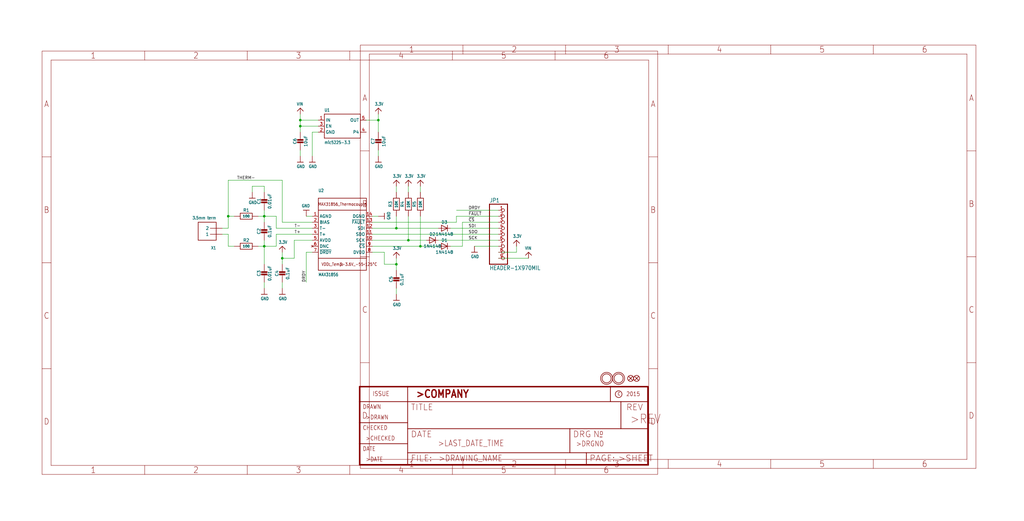
<source format=kicad_sch>
(kicad_sch (version 20211123) (generator eeschema)
  (paper "User" 433.07 220.421)
  (lib_symbols
    (symbol "Adafruit MAX31856-eagle-import:3.3V" (power)
      (property "Value" "3.3V" (at -1.524 1.016 0))
      (symbol "3.3V_1_0"
        (polyline (pts (xy -1.27 -1.27) (xy 0 0)) (stroke (width 0.254)))
        (polyline (pts (xy 0 0) (xy 1.27 -1.27)) (stroke (width 0.254)))
        (pin power_in line (at 0 -2.54 90) (length 2.54) (name "3.3V") (number "1"))
      )
    )
    (symbol "Adafruit MAX31856-eagle-import:CAP_CERAMIC0805-NOOUTLINE"
      (property "Reference" "C" (at -2.29 1.25 90))
      (property "Value" "CAP_CERAMIC0805-NOOUTLINE" (at 2.3 1.25 90))
      (symbol "CAP_CERAMIC0805-NOOUTLINE_1_0"
        (rectangle (start -1.27 0.508) (end 1.27 1.016) (fill (type outline)))
        (rectangle (start -1.27 1.524) (end 1.27 2.032) (fill (type outline)))
        (polyline (pts (xy 0 0.762) (xy 0 0)) (stroke (width 0.1524)))
        (polyline (pts (xy 0 2.54) (xy 0 1.778)) (stroke (width 0.1524)))
        (pin passive line (at 0 5.08 270) (length 2.54) (name "1") (number "1"))
        (pin passive line (at 0 -2.54 90) (length 2.54) (name "2") (number "2"))
      )
    )
    (symbol "Adafruit MAX31856-eagle-import:CAP_CERAMIC0805_10MGAP"
      (property "Reference" "C" (at -2.29 1.25 90))
      (property "Value" "CAP_CERAMIC0805_10MGAP" (at 2.3 1.25 90))
      (symbol "CAP_CERAMIC0805_10MGAP_1_0"
        (rectangle (start -1.27 0.508) (end 1.27 1.016) (fill (type outline)))
        (rectangle (start -1.27 1.524) (end 1.27 2.032) (fill (type outline)))
        (polyline (pts (xy 0 0.762) (xy 0 0)) (stroke (width 0.1524)))
        (polyline (pts (xy 0 2.54) (xy 0 1.778)) (stroke (width 0.1524)))
        (pin passive line (at 0 5.08 270) (length 2.54) (name "1") (number "1"))
        (pin passive line (at 0 -2.54 90) (length 2.54) (name "2") (number "2"))
      )
    )
    (symbol "Adafruit MAX31856-eagle-import:DIODESOD-323"
      (property "Reference" "D" (at 0 2.54 0))
      (property "Value" "DIODESOD-323" (at 0 -2.5 0))
      (symbol "DIODESOD-323_1_0"
        (polyline (pts (xy -1.27 -1.27) (xy 1.27 0)) (stroke (width 0.254)))
        (polyline (pts (xy -1.27 1.27) (xy -1.27 -1.27)) (stroke (width 0.254)))
        (polyline (pts (xy 1.27 0) (xy -1.27 1.27)) (stroke (width 0.254)))
        (polyline (pts (xy 1.27 0) (xy 1.27 -1.27)) (stroke (width 0.254)))
        (polyline (pts (xy 1.27 1.27) (xy 1.27 0)) (stroke (width 0.254)))
        (pin passive line (at -2.54 0 0) (length 2.54) (name "A") (number "A"))
        (pin passive line (at 2.54 0 180) (length 2.54) (name "C") (number "C"))
      )
    )
    (symbol "Adafruit MAX31856-eagle-import:FIDUCIAL{dblquote}{dblquote}"
      (symbol "FIDUCIAL{dblquote}{dblquote}_1_0"
        (polyline (pts (xy -0.762 0.762) (xy 0.762 -0.762)) (stroke (width 0.254)))
        (polyline (pts (xy 0.762 0.762) (xy -0.762 -0.762)) (stroke (width 0.254)))
        (circle (center 0 0) (radius 1.27) (stroke (width 0.254)))
      )
    )
    (symbol "Adafruit MAX31856-eagle-import:FRAME_A4"
      (symbol "FRAME_A4_0_0"
        (polyline (pts (xy 0 44.7675) (xy 3.81 44.7675)))
        (polyline (pts (xy 0 89.535) (xy 3.81 89.535)))
        (polyline (pts (xy 0 134.3025) (xy 3.81 134.3025)))
        (polyline (pts (xy 3.81 3.81) (xy 3.81 175.26)))
        (polyline (pts (xy 43.3917 0) (xy 43.3917 3.81)))
        (polyline (pts (xy 43.3917 175.26) (xy 43.3917 179.07)))
        (polyline (pts (xy 86.7833 0) (xy 86.7833 3.81)))
        (polyline (pts (xy 86.7833 175.26) (xy 86.7833 179.07)))
        (polyline (pts (xy 130.175 0) (xy 130.175 3.81)))
        (polyline (pts (xy 130.175 175.26) (xy 130.175 179.07)))
        (polyline (pts (xy 173.5667 0) (xy 173.5667 3.81)))
        (polyline (pts (xy 173.5667 175.26) (xy 173.5667 179.07)))
        (polyline (pts (xy 216.9583 0) (xy 216.9583 3.81)))
        (polyline (pts (xy 216.9583 175.26) (xy 216.9583 179.07)))
        (polyline (pts (xy 256.54 3.81) (xy 3.81 3.81)))
        (polyline (pts (xy 256.54 3.81) (xy 256.54 175.26)))
        (polyline (pts (xy 256.54 44.7675) (xy 260.35 44.7675)))
        (polyline (pts (xy 256.54 89.535) (xy 260.35 89.535)))
        (polyline (pts (xy 256.54 134.3025) (xy 260.35 134.3025)))
        (polyline (pts (xy 256.54 175.26) (xy 3.81 175.26)))
        (polyline (pts (xy 0 0) (xy 260.35 0) (xy 260.35 179.07) (xy 0 179.07) (xy 0 0)))
        (text "1" (at 21.6958 1.905 0) (effects (font (size 2.54 2.286))))
        (text "1" (at 21.6958 177.165 0) (effects (font (size 2.54 2.286))))
        (text "2" (at 65.0875 1.905 0) (effects (font (size 2.54 2.286))))
        (text "2" (at 65.0875 177.165 0) (effects (font (size 2.54 2.286))))
        (text "3" (at 108.4792 1.905 0) (effects (font (size 2.54 2.286))))
        (text "3" (at 108.4792 177.165 0) (effects (font (size 2.54 2.286))))
        (text "4" (at 151.8708 1.905 0) (effects (font (size 2.54 2.286))))
        (text "4" (at 151.8708 177.165 0) (effects (font (size 2.54 2.286))))
        (text "5" (at 195.2625 1.905 0) (effects (font (size 2.54 2.286))))
        (text "5" (at 195.2625 177.165 0) (effects (font (size 2.54 2.286))))
        (text "6" (at 238.6542 1.905 0) (effects (font (size 2.54 2.286))))
        (text "6" (at 238.6542 177.165 0) (effects (font (size 2.54 2.286))))
        (text "A" (at 1.905 156.6863 0) (effects (font (size 2.54 2.286))))
        (text "A" (at 258.445 156.6863 0) (effects (font (size 2.54 2.286))))
        (text "B" (at 1.905 111.9188 0) (effects (font (size 2.54 2.286))))
        (text "B" (at 258.445 111.9188 0) (effects (font (size 2.54 2.286))))
        (text "C" (at 1.905 67.1513 0) (effects (font (size 2.54 2.286))))
        (text "C" (at 258.445 67.1513 0) (effects (font (size 2.54 2.286))))
        (text "D" (at 1.905 22.3838 0) (effects (font (size 2.54 2.286))))
        (text "D" (at 258.445 22.3838 0) (effects (font (size 2.54 2.286))))
      )
      (symbol "FRAME_A4_1_0"
        (polyline (pts (xy 256.54 3.81) (xy 256.54 8.89)) (stroke (width 0.1016)))
        (polyline (pts (xy 256.54 8.89) (xy 256.54 13.97)) (stroke (width 0.1016)))
        (polyline (pts (xy 256.54 13.97) (xy 256.54 19.05)) (stroke (width 0.1016)))
        (polyline (pts (xy 256.54 19.05) (xy 256.54 36.83)) (stroke (width 0.1016)))
      )
      (symbol "FRAME_A4_2_0"
        (polyline (pts (xy -0.3048 1.5748) (xy 20.0152 1.5748)) (stroke (width 0.6096)))
        (polyline (pts (xy -0.3048 10.4648) (xy -0.3048 1.5748)) (stroke (width 0.6096)))
        (polyline (pts (xy -0.3048 10.4648) (xy 20.0152 10.4648)) (stroke (width 0.3048)))
        (polyline (pts (xy -0.3048 19.3548) (xy -0.3048 10.4648)) (stroke (width 0.6096)))
        (polyline (pts (xy -0.3048 19.3548) (xy 20.0152 19.3548)) (stroke (width 0.3048)))
        (polyline (pts (xy -0.3048 28.2448) (xy -0.3048 19.3548)) (stroke (width 0.6096)))
        (polyline (pts (xy -0.3048 28.2448) (xy 20.0152 28.2448)) (stroke (width 0.3048)))
        (polyline (pts (xy -0.3048 34.5948) (xy -0.3048 28.2448)) (stroke (width 0.6096)))
        (polyline (pts (xy 20.0152 1.5748) (xy 20.0152 6.6548)) (stroke (width 0.3048)))
        (polyline (pts (xy 20.0152 1.5748) (xy 95.5802 1.5748)) (stroke (width 0.6096)))
        (polyline (pts (xy 20.0152 6.6548) (xy 20.0152 10.4648)) (stroke (width 0.3048)))
        (polyline (pts (xy 20.0152 6.6548) (xy 88.5952 6.6548)) (stroke (width 0.3048)))
        (polyline (pts (xy 20.0152 10.4648) (xy 20.0152 16.8148)) (stroke (width 0.3048)))
        (polyline (pts (xy 20.0152 16.8148) (xy 20.0152 19.3548)) (stroke (width 0.3048)))
        (polyline (pts (xy 20.0152 19.3548) (xy 20.0152 28.2448)) (stroke (width 0.3048)))
        (polyline (pts (xy 20.0152 28.2448) (xy 20.0152 34.5948)) (stroke (width 0.3048)))
        (polyline (pts (xy 20.0152 28.2448) (xy 105.7402 28.2448)) (stroke (width 0.3048)))
        (polyline (pts (xy 20.0152 34.5948) (xy -0.3048 34.5948)) (stroke (width 0.6096)))
        (polyline (pts (xy 88.5952 6.6548) (xy 95.5802 6.6548)) (stroke (width 0.3048)))
        (polyline (pts (xy 88.5952 16.8148) (xy 20.0152 16.8148)) (stroke (width 0.3048)))
        (polyline (pts (xy 88.5952 16.8148) (xy 88.5952 6.6548)) (stroke (width 0.3048)))
        (polyline (pts (xy 95.5802 1.5748) (xy 121.6152 1.5748)) (stroke (width 0.6096)))
        (polyline (pts (xy 95.5802 6.6548) (xy 95.5802 1.5748)) (stroke (width 0.3048)))
        (polyline (pts (xy 95.5802 6.6548) (xy 121.6152 6.6548)) (stroke (width 0.3048)))
        (polyline (pts (xy 101.2952 13.3223) (xy 102.2477 13.3223)) (stroke (width 0.254)))
        (polyline (pts (xy 105.7402 28.2448) (xy 105.7402 34.5948)) (stroke (width 0.3048)))
        (polyline (pts (xy 105.7402 28.2448) (xy 110.1852 28.2448)) (stroke (width 0.3048)))
        (polyline (pts (xy 105.7402 34.5948) (xy 20.0152 34.5948)) (stroke (width 0.6096)))
        (polyline (pts (xy 110.1852 16.8148) (xy 88.5952 16.8148)) (stroke (width 0.3048)))
        (polyline (pts (xy 110.1852 28.2448) (xy 110.1852 16.8148)) (stroke (width 0.3048)))
        (polyline (pts (xy 110.1852 28.2448) (xy 121.6152 28.2448)) (stroke (width 0.3048)))
        (polyline (pts (xy 121.6152 6.6548) (xy 121.6152 1.5748)) (stroke (width 0.6096)))
        (polyline (pts (xy 121.6152 16.8148) (xy 110.1852 16.8148)) (stroke (width 0.3048)))
        (polyline (pts (xy 121.6152 16.8148) (xy 121.6152 6.6548)) (stroke (width 0.6096)))
        (polyline (pts (xy 121.6152 28.2448) (xy 121.6152 16.8148)) (stroke (width 0.6096)))
        (polyline (pts (xy 121.6152 34.5948) (xy 105.7402 34.5948)) (stroke (width 0.6096)))
        (polyline (pts (xy 121.6152 34.5948) (xy 121.6152 28.2448)) (stroke (width 0.6096)))
        (circle (center 109.2327 31.4198) (radius 1.4199) (stroke (width 0.254)))
        (text "2015" (at 112.4077 30.4673 0) (effects (font (size 1.778 1.5113)) (justify left bottom)))
        (text ">CHECKED" (at 2.2352 11.7348 0) (effects (font (size 1.778 1.5113)) (justify left bottom)))
        (text ">COMPANY" (at 23.349 29.6735 0) (effects (font (size 3.175 2.6987) (thickness 0.5397) bold) (justify left bottom)))
        (text ">DATE" (at 2.2352 2.8448 0) (effects (font (size 1.778 1.5113)) (justify left bottom)))
        (text ">DRAWING_NAME" (at 33.0327 2.8448 0) (effects (font (size 2.54 2.159)) (justify left bottom)))
        (text ">DRAWN" (at 2.2352 20.6248 0) (effects (font (size 1.778 1.5113)) (justify left bottom)))
        (text ">DRGNO" (at 91.1352 9.1948 0) (effects (font (size 2.1844 1.8567)) (justify left bottom)))
        (text ">LAST_DATE_TIME" (at 32.7152 9.1948 0) (effects (font (size 2.54 2.159)) (justify left bottom)))
        (text ">REV" (at 113.9952 18.7198 0) (effects (font (size 3.81 3.2385)) (justify left bottom)))
        (text ">SHEET" (at 108.9152 2.8448 0) (effects (font (size 2.54 2.54)) (justify left bottom)))
        (text "C" (at 108.7564 30.7848 0) (effects (font (size 1.27 1.0795)) (justify left bottom)))
        (text "CHECKED" (at 0.9652 16.1798 0) (effects (font (size 1.778 1.5113)) (justify left bottom)))
        (text "DATE" (at 0.9652 7.2898 0) (effects (font (size 1.778 1.5113)) (justify left bottom)))
        (text "DATE" (at 21.2852 13.0048 0) (effects (font (size 2.54 2.54)) (justify left bottom)))
        (text "DRAWN" (at 0.9652 25.0698 0) (effects (font (size 1.778 1.5113)) (justify left bottom)))
        (text "DRG" (at 89.8652 13.0048 0) (effects (font (size 2.54 2.54)) (justify left bottom)))
        (text "FILE:" (at 21.2852 2.8448 0) (effects (font (size 2.54 2.54)) (justify left bottom)))
        (text "ISSUE" (at 5.0927 30.4673 0) (effects (font (size 1.9304 1.6408)) (justify left bottom)))
        (text "N" (at 98.4377 13.0048 0) (effects (font (size 2.54 2.54)) (justify left bottom)))
        (text "o" (at 100.9777 13.9573 0) (effects (font (size 2.1844 1.8567)) (justify left bottom)))
        (text "PAGE:" (at 96.8502 2.8448 0) (effects (font (size 2.54 2.54)) (justify left bottom)))
        (text "REV" (at 112.4077 24.4348 0) (effects (font (size 2.54 2.54)) (justify left bottom)))
        (text "TITLE" (at 21.2852 24.4348 0) (effects (font (size 2.54 2.54)) (justify left bottom)))
      )
    )
    (symbol "Adafruit MAX31856-eagle-import:GND" (power)
      (property "Value" "GND" (at -1.524 -2.54 0))
      (symbol "GND_1_0"
        (polyline (pts (xy -1.27 0) (xy 1.27 0)) (stroke (width 0.254)))
        (pin power_in line (at 0 2.54 270) (length 2.54) (name "GND") (number "1"))
      )
    )
    (symbol "Adafruit MAX31856-eagle-import:HEADER-1X970MIL"
      (property "Reference" "JP" (at -6.35 13.335 0))
      (property "Value" "HEADER-1X970MIL" (at -6.35 -15.24 0))
      (symbol "HEADER-1X970MIL_1_0"
        (polyline (pts (xy -6.35 -12.7) (xy 1.27 -12.7)) (stroke (width 0.4064)))
        (polyline (pts (xy -6.35 12.7) (xy -6.35 -12.7)) (stroke (width 0.4064)))
        (polyline (pts (xy 1.27 -12.7) (xy 1.27 12.7)) (stroke (width 0.4064)))
        (polyline (pts (xy 1.27 12.7) (xy -6.35 12.7)) (stroke (width 0.4064)))
        (pin passive inverted (at -2.54 10.16 0) (length 2.54) (name "1") (number "1"))
        (pin passive inverted (at -2.54 7.62 0) (length 2.54) (name "2") (number "2"))
        (pin passive inverted (at -2.54 5.08 0) (length 2.54) (name "3") (number "3"))
        (pin passive inverted (at -2.54 2.54 0) (length 2.54) (name "4") (number "4"))
        (pin passive inverted (at -2.54 0 0) (length 2.54) (name "5") (number "5"))
        (pin passive inverted (at -2.54 -2.54 0) (length 2.54) (name "6") (number "6"))
        (pin passive inverted (at -2.54 -5.08 0) (length 2.54) (name "7") (number "7"))
        (pin passive inverted (at -2.54 -7.62 0) (length 2.54) (name "8") (number "8"))
        (pin passive inverted (at -2.54 -10.16 0) (length 2.54) (name "9") (number "9"))
      )
    )
    (symbol "Adafruit MAX31856-eagle-import:MAX31856"
      (property "Value" "MAX31856" (at -10.16 -17.78 0))
      (symbol "MAX31856_1_0"
        (polyline (pts (xy -10.16 -15.24) (xy 10.16 -15.24)) (stroke (width 0.254)))
        (polyline (pts (xy -10.16 -10.16) (xy -10.16 -15.24)) (stroke (width 0.254)))
        (polyline (pts (xy -10.16 -10.16) (xy -10.16 10.16)) (stroke (width 0.254)))
        (polyline (pts (xy -10.16 10.16) (xy -10.16 15.24)) (stroke (width 0.254)))
        (polyline (pts (xy -10.16 10.16) (xy 10.16 10.16)) (stroke (width 0.254)))
        (polyline (pts (xy -10.16 15.24) (xy 10.16 15.24)) (stroke (width 0.254)))
        (polyline (pts (xy 10.16 -15.24) (xy 10.16 -10.16)) (stroke (width 0.254)))
        (polyline (pts (xy 10.16 -10.16) (xy -10.16 -10.16)) (stroke (width 0.254)))
        (polyline (pts (xy 10.16 10.16) (xy 10.16 -10.16)) (stroke (width 0.254)))
        (polyline (pts (xy 10.16 15.24) (xy 10.16 10.16)) (stroke (width 0.254)))
        (text "3-3.6V_-55~125°C" (at -1.27 -12.7 0) (effects (font (size 1.27 1.0795)) (justify left)))
        (text "MAX31856_Thermocouple" (at 0 12.7 0) (effects (font (size 1.27 1.0795))))
        (text "VDD:_Temp:" (at -8.89 -12.7 0) (effects (font (size 1.27 1.0795)) (justify left)))
        (pin power_in line (at -12.7 7.62 0) (length 2.54) (name "AGND") (number "1"))
        (pin input line (at 12.7 -2.54 180) (length 2.54) (name "SCK") (number "10"))
        (pin output line (at 12.7 0 180) (length 2.54) (name "SDO") (number "11"))
        (pin input line (at 12.7 2.54 180) (length 2.54) (name "SDI") (number "12"))
        (pin output line (at 12.7 5.08 180) (length 2.54) (name "~{FAULT}") (number "13"))
        (pin power_in line (at 12.7 7.62 180) (length 2.54) (name "DGND") (number "14"))
        (pin power_in line (at -12.7 5.08 0) (length 2.54) (name "BIAS") (number "2"))
        (pin input line (at -12.7 2.54 0) (length 2.54) (name "T-") (number "3"))
        (pin input line (at -12.7 0 0) (length 2.54) (name "T+") (number "4"))
        (pin power_in line (at -12.7 -2.54 0) (length 2.54) (name "AVDD") (number "5"))
        (pin no_connect line (at -12.7 -5.08 0) (length 2.54) (name "DNC") (number "6"))
        (pin output line (at -12.7 -7.62 0) (length 2.54) (name "~{DRDY}") (number "7"))
        (pin power_in line (at 12.7 -7.62 180) (length 2.54) (name "DVDD") (number "8"))
        (pin input line (at 12.7 -5.08 180) (length 2.54) (name "~{CS}") (number "9"))
      )
    )
    (symbol "Adafruit MAX31856-eagle-import:MOUNTINGHOLE2.5"
      (symbol "MOUNTINGHOLE2.5_1_0"
        (circle (center 0 0) (radius 1.905) (stroke (width 0.254)))
        (circle (center 0 0) (radius 2.54) (stroke (width 0.254)))
      )
    )
    (symbol "Adafruit MAX31856-eagle-import:RESISTOR0805_NOOUTLINE"
      (property "Reference" "R" (at 0 2.54 0))
      (property "Value" "RESISTOR0805_NOOUTLINE" (at 0 0 0))
      (symbol "RESISTOR0805_NOOUTLINE_1_0"
        (polyline (pts (xy -2.54 -1.27) (xy -2.54 1.27)) (stroke (width 0.254)))
        (polyline (pts (xy -2.54 1.27) (xy 2.54 1.27)) (stroke (width 0.254)))
        (polyline (pts (xy 2.54 -1.27) (xy -2.54 -1.27)) (stroke (width 0.254)))
        (polyline (pts (xy 2.54 1.27) (xy 2.54 -1.27)) (stroke (width 0.254)))
        (pin passive line (at -5.08 0 0) (length 2.54) (name "1") (number "1"))
        (pin passive line (at 5.08 0 180) (length 2.54) (name "2") (number "2"))
      )
    )
    (symbol "Adafruit MAX31856-eagle-import:TERMBLOCK_1X2"
      (property "Reference" "X" (at -2.54 7.62 0))
      (property "Value" "TERMBLOCK_1X2" (at -2.54 -5.08 0))
      (symbol "TERMBLOCK_1X2_1_0"
        (polyline (pts (xy -2.54 -2.54) (xy 5.08 -2.54)) (stroke (width 0.254)))
        (polyline (pts (xy -2.54 5.08) (xy -2.54 -2.54)) (stroke (width 0.254)))
        (polyline (pts (xy 5.08 -2.54) (xy 5.08 5.08)) (stroke (width 0.254)))
        (polyline (pts (xy 5.08 5.08) (xy -2.54 5.08)) (stroke (width 0.254)))
        (pin passive line (at -5.08 2.54 0) (length 5.08) (name "1") (number "1"))
        (pin passive line (at -5.08 0 0) (length 5.08) (name "2") (number "2"))
      )
    )
    (symbol "Adafruit MAX31856-eagle-import:VIN" (power)
      (property "Value" "VIN" (at -1.524 1.016 0))
      (symbol "VIN_1_0"
        (polyline (pts (xy -1.27 -1.27) (xy 0 0)) (stroke (width 0.254)))
        (polyline (pts (xy 0 0) (xy 1.27 -1.27)) (stroke (width 0.254)))
        (pin power_in line (at 0 -2.54 90) (length 2.54) (name "VIN") (number "1"))
      )
    )
    (symbol "Adafruit MAX31856-eagle-import:VREG_SOT23-5"
      (property "Reference" "U" (at -7.62 6.096 0))
      (property "Value" "VREG_SOT23-5" (at -7.62 -7.62 0))
      (symbol "VREG_SOT23-5_1_0"
        (polyline (pts (xy -7.62 -5.08) (xy -7.62 5.08)) (stroke (width 0.254)))
        (polyline (pts (xy -7.62 5.08) (xy 7.62 5.08)) (stroke (width 0.254)))
        (polyline (pts (xy 7.62 -5.08) (xy -7.62 -5.08)) (stroke (width 0.254)))
        (polyline (pts (xy 7.62 5.08) (xy 7.62 -5.08)) (stroke (width 0.254)))
        (pin power_in line (at -10.16 2.54 0) (length 2.54) (name "IN") (number "1"))
        (pin power_in line (at -10.16 -2.54 0) (length 2.54) (name "GND") (number "2"))
        (pin input line (at -10.16 0 0) (length 2.54) (name "EN") (number "3"))
        (pin bidirectional line (at 10.16 -2.54 180) (length 2.54) (name "P4") (number "4"))
        (pin power_in line (at 10.16 2.54 180) (length 2.54) (name "OUT") (number "5"))
      )
    )
  )
  (junction (at 111.76 91.44))
  (junction (at 167.64 111.76))
  (junction (at 111.76 104.14))
  (junction (at 127 53.34))
  (junction (at 96.52 91.44))
  (junction (at 119.38 109.22))
  (junction (at 127 50.8))
  (junction (at 177.8 104.14))
  (junction (at 172.72 101.6))
  (junction (at 160.02 50.8))
  (junction (at 167.64 96.52))
  (wire (pts (xy 106.68 78.74) (xy 111.76 78.74)))
  (wire (pts (xy 96.52 104.14) (xy 99.06 104.14)))
  (wire (pts (xy 96.52 99.06) (xy 96.52 104.14)))
  (wire (pts (xy 132.08 106.68) (xy 129.54 106.68)))
  (wire (pts (xy 111.76 104.14) (xy 111.76 101.6)))
  (wire (pts (xy 132.08 55.88) (xy 132.08 66.04)))
  (wire (pts (xy 109.22 91.44) (xy 111.76 91.44)))
  (wire (pts (xy 119.38 109.22) (xy 119.38 106.68)))
  (wire (pts (xy 162.56 111.76) (xy 167.64 111.76)))
  (wire (pts (xy 193.04 91.44) (xy 210.82 91.44)))
  (wire (pts (xy 111.76 104.14) (xy 111.76 111.76)))
  (wire (pts (xy 119.38 119.38) (xy 119.38 121.92)))
  (wire (pts (xy 157.48 104.14) (xy 177.8 104.14)))
  (wire (pts (xy 127 53.34) (xy 127 50.8)))
  (wire (pts (xy 218.44 106.68) (xy 218.44 104.14)))
  (wire (pts (xy 127 53.34) (xy 127 55.88)))
  (wire (pts (xy 124.46 101.6) (xy 124.46 109.22)))
  (wire (pts (xy 177.8 104.14) (xy 185.42 104.14)))
  (wire (pts (xy 177.8 91.44) (xy 177.8 104.14)))
  (wire (pts (xy 190.5 104.14) (xy 195.58 104.14)))
  (wire (pts (xy 93.98 99.06) (xy 96.52 99.06)))
  (wire (pts (xy 195.58 104.14) (xy 195.58 93.98)))
  (wire (pts (xy 111.76 78.74) (xy 111.76 81.28)))
  (wire (pts (xy 124.46 109.22) (xy 119.38 109.22)))
  (wire (pts (xy 157.48 93.98) (xy 193.04 93.98)))
  (wire (pts (xy 132.08 96.52) (xy 116.84 96.52)))
  (wire (pts (xy 116.84 99.06) (xy 132.08 99.06)))
  (wire (pts (xy 157.48 96.52) (xy 167.64 96.52)))
  (wire (pts (xy 210.82 106.68) (xy 218.44 106.68)))
  (wire (pts (xy 154.94 50.8) (xy 160.02 50.8)))
  (wire (pts (xy 132.08 91.44) (xy 129.54 91.44)))
  (wire (pts (xy 167.64 96.52) (xy 167.64 91.44)))
  (wire (pts (xy 119.38 93.98) (xy 119.38 76.2)))
  (wire (pts (xy 111.76 104.14) (xy 116.84 104.14)))
  (wire (pts (xy 157.48 91.44) (xy 160.02 91.44)))
  (wire (pts (xy 195.58 93.98) (xy 210.82 93.98)))
  (wire (pts (xy 116.84 96.52) (xy 116.84 91.44)))
  (wire (pts (xy 172.72 81.28) (xy 172.72 78.74)))
  (wire (pts (xy 167.64 111.76) (xy 167.64 109.22)))
  (wire (pts (xy 172.72 91.44) (xy 172.72 101.6)))
  (wire (pts (xy 162.56 106.68) (xy 162.56 111.76)))
  (wire (pts (xy 109.22 104.14) (xy 111.76 104.14)))
  (wire (pts (xy 93.98 96.52) (xy 96.52 96.52)))
  (wire (pts (xy 119.38 109.22) (xy 119.38 111.76)))
  (wire (pts (xy 106.68 81.28) (xy 106.68 78.74)))
  (wire (pts (xy 160.02 63.5) (xy 160.02 66.04)))
  (wire (pts (xy 177.8 81.28) (xy 177.8 78.74)))
  (wire (pts (xy 116.84 91.44) (xy 111.76 91.44)))
  (wire (pts (xy 134.62 53.34) (xy 127 53.34)))
  (wire (pts (xy 111.76 91.44) (xy 111.76 93.98)))
  (wire (pts (xy 96.52 76.2) (xy 96.52 91.44)))
  (wire (pts (xy 111.76 119.38) (xy 111.76 121.92)))
  (wire (pts (xy 127 50.8) (xy 127 48.26)))
  (wire (pts (xy 96.52 96.52) (xy 96.52 91.44)))
  (wire (pts (xy 167.64 114.3) (xy 167.64 111.76)))
  (wire (pts (xy 127 63.5) (xy 127 66.04)))
  (wire (pts (xy 172.72 101.6) (xy 180.34 101.6)))
  (wire (pts (xy 210.82 88.9) (xy 193.04 88.9)))
  (wire (pts (xy 167.64 81.28) (xy 167.64 78.74)))
  (wire (pts (xy 167.64 121.92) (xy 167.64 124.46)))
  (wire (pts (xy 160.02 50.8) (xy 160.02 48.26)))
  (wire (pts (xy 132.08 101.6) (xy 124.46 101.6)))
  (wire (pts (xy 157.48 101.6) (xy 172.72 101.6)))
  (wire (pts (xy 134.62 55.88) (xy 132.08 55.88)))
  (wire (pts (xy 160.02 50.8) (xy 160.02 55.88)))
  (wire (pts (xy 134.62 50.8) (xy 127 50.8)))
  (wire (pts (xy 185.42 101.6) (xy 210.82 101.6)))
  (wire (pts (xy 129.54 106.68) (xy 129.54 119.38)))
  (wire (pts (xy 167.64 96.52) (xy 185.42 96.52)))
  (wire (pts (xy 157.48 106.68) (xy 162.56 106.68)))
  (wire (pts (xy 190.5 96.52) (xy 210.82 96.52)))
  (wire (pts (xy 119.38 76.2) (xy 96.52 76.2)))
  (wire (pts (xy 132.08 93.98) (xy 119.38 93.98)))
  (wire (pts (xy 116.84 104.14) (xy 116.84 99.06)))
  (wire (pts (xy 96.52 91.44) (xy 99.06 91.44)))
  (wire (pts (xy 157.48 99.06) (xy 210.82 99.06)))
  (wire (pts (xy 210.82 109.22) (xy 223.52 109.22)))
  (wire (pts (xy 210.82 104.14) (xy 200.66 104.14)))
  (wire (pts (xy 111.76 91.44) (xy 111.76 88.9)))
  (wire (pts (xy 193.04 93.98) (xy 193.04 91.44)))
  (label "SDO" (at 198.12 99.06 0) (effects (font (size 1.2446 1.2446))))
  (label "THERM-" (at 107.95 76.2 180) (effects (font (size 1.2446 1.2446))))
  (label "~{CS}" (at 198.12 93.98 0) (effects (font (size 1.2446 1.2446))))
  (label "DRDY" (at 198.12 88.9 0) (effects (font (size 1.2446 1.2446))))
  (label "~{FAULT}" (at 198.12 91.44 0) (effects (font (size 1.2446 1.2446))))
  (label "T+" (at 124.46 99.06 0) (effects (font (size 1.2446 1.2446))))
  (label "DRDY" (at 129.54 119.38 90) (effects (font (size 1.2446 1.2446))))
  (label "T-" (at 124.46 96.52 0) (effects (font (size 1.2446 1.2446))))
  (label "SCK" (at 198.12 101.6 0) (effects (font (size 1.2446 1.2446))))
  (label "SDI" (at 198.12 96.52 0) (effects (font (size 1.2446 1.2446))))
  (symbol (lib_id "Adafruit MAX31856-eagle-import:GND") (at 106.68 83.82 0) (unit 1)
    (property "Reference" "#U$2" (effects hide))
    (property "Value" "GND" (at 105.156 86.36 0) (effects (font (size 1.27 1.0795)) (justify left bottom)))
    (property "Footprint" "Adafruit MAX31856:" (effects hide))
  )
  (symbol (lib_id "Adafruit MAX31856-eagle-import:GND") (at 160.02 68.58 0) (unit 1)
    (property "Reference" "#U$17" (effects hide))
    (property "Value" "GND" (at 158.496 71.12 0) (effects (font (size 1.27 1.0795)) (justify left bottom)))
    (property "Footprint" "Adafruit MAX31856:" (effects hide))
  )
  (symbol (lib_id "Adafruit MAX31856-eagle-import:3.3V") (at 119.38 104.14 0) (unit 1)
    (property "Reference" "#U$4" (effects hide))
    (property "Value" "3.3V" (at 117.856 103.124 0) (effects (font (size 1.27 1.0795)) (justify left bottom)))
    (property "Footprint" "Adafruit MAX31856:" (effects hide))
  )
  (symbol (lib_id "Adafruit MAX31856-eagle-import:VIN") (at 127 45.72 0) (unit 1)
    (property "Reference" "#U$15" (effects hide))
    (property "Value" "VIN" (at 125.476 44.704 0) (effects (font (size 1.27 1.0795)) (justify left bottom)))
    (property "Footprint" "Adafruit MAX31856:" (effects hide))
  )
  (symbol (lib_id "Adafruit MAX31856-eagle-import:3.3V") (at 167.64 76.2 0) (unit 1)
    (property "Reference" "#U$10" (effects hide))
    (property "Value" "3.3V" (at 166.116 75.184 0) (effects (font (size 1.27 1.0795)) (justify left bottom)))
    (property "Footprint" "Adafruit MAX31856:" (effects hide))
  )
  (symbol (lib_id "Adafruit MAX31856-eagle-import:MAX31856") (at 144.78 99.06 0) (unit 1)
    (property "Reference" "U2" (at 134.62 81.28 0) (effects (font (size 1.27 1.0795)) (justify left bottom)))
    (property "Value" "MAX31856" (at 134.62 116.84 0) (effects (font (size 1.27 1.0795)) (justify left bottom)))
    (property "Footprint" "Adafruit MAX31856:TSSOP14" (effects hide))
  )
  (symbol (lib_id "Adafruit MAX31856-eagle-import:DIODESOD-323") (at 187.96 104.14 0) (unit 1)
    (property "Reference" "D1" (at 187.96 101.6 0))
    (property "Value" "1N4148" (at 187.96 106.64 0))
    (property "Footprint" "Adafruit MAX31856:SOD-323" (effects hide))
  )
  (symbol (lib_id "Adafruit MAX31856-eagle-import:VREG_SOT23-5") (at 144.78 53.34 0) (unit 1)
    (property "Reference" "U1" (at 137.16 47.244 0) (effects (font (size 1.27 1.0795)) (justify left bottom)))
    (property "Value" "mic5225-3.3" (at 137.16 60.96 0) (effects (font (size 1.27 1.0795)) (justify left bottom)))
    (property "Footprint" "Adafruit MAX31856:SOT23-5" (effects hide))
  )
  (symbol (lib_id "Adafruit MAX31856-eagle-import:DIODESOD-323") (at 182.88 101.6 0) (unit 1)
    (property "Reference" "D2" (at 182.88 99.06 0))
    (property "Value" "1N4148" (at 182.88 104.1 0))
    (property "Footprint" "Adafruit MAX31856:SOD-323" (effects hide))
  )
  (symbol (lib_id "Adafruit MAX31856-eagle-import:RESISTOR0805_NOOUTLINE") (at 104.14 104.14 0) (unit 1)
    (property "Reference" "R2" (at 104.14 101.6 0))
    (property "Value" "100" (at 104.14 104.14 0) (effects (font (size 1.016 1.016) bold)))
    (property "Footprint" "Adafruit MAX31856:0805-NO" (effects hide))
  )
  (symbol (lib_id "Adafruit MAX31856-eagle-import:RESISTOR0805_NOOUTLINE") (at 167.64 86.36 90) (unit 1)
    (property "Reference" "R3" (at 165.1 86.36 0))
    (property "Value" "10K" (at 167.64 86.36 0) (effects (font (size 1.016 1.016) bold)))
    (property "Footprint" "Adafruit MAX31856:0805-NO" (effects hide))
  )
  (symbol (lib_id "Adafruit MAX31856-eagle-import:FRAME_A4") (at 17.78 200.66 0) (unit 1)
    (property "Reference" "#FRAME1" (effects hide))
    (property "Value" "FRAME_A4" (effects hide))
    (property "Footprint" "Adafruit MAX31856:" (effects hide))
  )
  (symbol (lib_id "Adafruit MAX31856-eagle-import:HEADER-1X970MIL") (at 213.36 99.06 0) (unit 1)
    (property "Reference" "JP1" (at 207.01 85.725 0) (effects (font (size 1.778 1.5113)) (justify left bottom)))
    (property "Value" "HEADER-1X970MIL" (at 207.01 114.3 0) (effects (font (size 1.778 1.5113)) (justify left bottom)))
    (property "Footprint" "Adafruit MAX31856:1X09_ROUND_70" (effects hide))
  )
  (symbol (lib_id "Adafruit MAX31856-eagle-import:GND") (at 127 68.58 0) (unit 1)
    (property "Reference" "#U$16" (effects hide))
    (property "Value" "GND" (at 125.476 71.12 0) (effects (font (size 1.27 1.0795)) (justify left bottom)))
    (property "Footprint" "Adafruit MAX31856:" (effects hide))
  )
  (symbol (lib_id "Adafruit MAX31856-eagle-import:GND") (at 200.66 106.68 0) (unit 1)
    (property "Reference" "#U$20" (effects hide))
    (property "Value" "GND" (at 199.136 109.22 0) (effects (font (size 1.27 1.0795)) (justify left bottom)))
    (property "Footprint" "Adafruit MAX31856:" (effects hide))
  )
  (symbol (lib_id "Adafruit MAX31856-eagle-import:GND") (at 129.54 88.9 180) (unit 1)
    (property "Reference" "#U$8" (effects hide))
    (property "Value" "GND" (at 131.064 86.36 0) (effects (font (size 1.27 1.0795)) (justify left bottom)))
    (property "Footprint" "Adafruit MAX31856:" (effects hide))
  )
  (symbol (lib_id "Adafruit MAX31856-eagle-import:GND") (at 162.56 91.44 90) (unit 1)
    (property "Reference" "#U$9" (effects hide))
    (property "Value" "GND" (at 165.1 92.964 0) (effects (font (size 1.27 1.0795)) (justify left bottom)))
    (property "Footprint" "Adafruit MAX31856:" (effects hide))
  )
  (symbol (lib_id "Adafruit MAX31856-eagle-import:FRAME_A4") (at 152.4 198.12 0) (unit 2)
    (property "Reference" "#FRAME1" (effects hide))
    (property "Value" "FRAME_A4" (effects hide))
    (property "Footprint" "Adafruit MAX31856:" (effects hide))
  )
  (symbol (lib_id "Adafruit MAX31856-eagle-import:GND") (at 132.08 68.58 0) (unit 1)
    (property "Reference" "#U$18" (effects hide))
    (property "Value" "GND" (at 130.556 71.12 0) (effects (font (size 1.27 1.0795)) (justify left bottom)))
    (property "Footprint" "Adafruit MAX31856:" (effects hide))
  )
  (symbol (lib_id "Adafruit MAX31856-eagle-import:CAP_CERAMIC0805-NOOUTLINE") (at 119.38 116.84 0) (unit 1)
    (property "Reference" "C4" (at 117.09 115.59 90))
    (property "Value" "0.1uF" (at 121.68 115.59 90))
    (property "Footprint" "Adafruit MAX31856:0805-NO" (effects hide))
  )
  (symbol (lib_id "Adafruit MAX31856-eagle-import:CAP_CERAMIC0805-NOOUTLINE") (at 111.76 116.84 0) (unit 1)
    (property "Reference" "C3" (at 109.47 115.59 90))
    (property "Value" "0.01uF" (at 114.06 115.59 90))
    (property "Footprint" "Adafruit MAX31856:0805-NO" (effects hide))
  )
  (symbol (lib_id "Adafruit MAX31856-eagle-import:FIDUCIAL{dblquote}{dblquote}") (at 266.7 160.02 0) (unit 1)
    (property "Reference" "FID2" (effects hide))
    (property "Value" "FIDUCIAL{dblquote}{dblquote}" (effects hide))
    (property "Footprint" "Adafruit MAX31856:FIDUCIAL_1MM" (effects hide))
  )
  (symbol (lib_id "Adafruit MAX31856-eagle-import:CAP_CERAMIC0805-NOOUTLINE") (at 160.02 60.96 0) (unit 1)
    (property "Reference" "C7" (at 157.73 59.71 90))
    (property "Value" "10uF" (at 162.32 59.71 90))
    (property "Footprint" "Adafruit MAX31856:0805-NO" (effects hide))
  )
  (symbol (lib_id "Adafruit MAX31856-eagle-import:MOUNTINGHOLE2.5") (at 256.54 160.02 0) (unit 1)
    (property "Reference" "U$14" (effects hide))
    (property "Value" "MOUNTINGHOLE2.5" (effects hide))
    (property "Footprint" "Adafruit MAX31856:MOUNTINGHOLE_2.5_PLATED" (effects hide))
  )
  (symbol (lib_id "Adafruit MAX31856-eagle-import:3.3V") (at 177.8 76.2 0) (unit 1)
    (property "Reference" "#U$12" (effects hide))
    (property "Value" "3.3V" (at 176.276 75.184 0) (effects (font (size 1.27 1.0795)) (justify left bottom)))
    (property "Footprint" "Adafruit MAX31856:" (effects hide))
  )
  (symbol (lib_id "Adafruit MAX31856-eagle-import:RESISTOR0805_NOOUTLINE") (at 172.72 86.36 90) (unit 1)
    (property "Reference" "R4" (at 170.18 86.36 0))
    (property "Value" "10K" (at 172.72 86.36 0) (effects (font (size 1.016 1.016) bold)))
    (property "Footprint" "Adafruit MAX31856:0805-NO" (effects hide))
  )
  (symbol (lib_id "Adafruit MAX31856-eagle-import:3.3V") (at 218.44 101.6 0) (unit 1)
    (property "Reference" "#U$21" (effects hide))
    (property "Value" "3.3V" (at 216.916 100.584 0) (effects (font (size 1.27 1.0795)) (justify left bottom)))
    (property "Footprint" "Adafruit MAX31856:" (effects hide))
  )
  (symbol (lib_id "Adafruit MAX31856-eagle-import:3.3V") (at 172.72 76.2 0) (unit 1)
    (property "Reference" "#U$11" (effects hide))
    (property "Value" "3.3V" (at 171.196 75.184 0) (effects (font (size 1.27 1.0795)) (justify left bottom)))
    (property "Footprint" "Adafruit MAX31856:" (effects hide))
  )
  (symbol (lib_id "Adafruit MAX31856-eagle-import:FIDUCIAL{dblquote}{dblquote}") (at 269.24 160.02 0) (unit 1)
    (property "Reference" "FID1" (effects hide))
    (property "Value" "FIDUCIAL{dblquote}{dblquote}" (effects hide))
    (property "Footprint" "Adafruit MAX31856:FIDUCIAL_1MM" (effects hide))
  )
  (symbol (lib_id "Adafruit MAX31856-eagle-import:CAP_CERAMIC0805_10MGAP") (at 111.76 86.36 0) (unit 1)
    (property "Reference" "C1" (at 109.47 85.11 90))
    (property "Value" "0.01uF" (at 114.06 85.11 90))
    (property "Footprint" "Adafruit MAX31856:0805_10MGAP" (effects hide))
  )
  (symbol (lib_id "Adafruit MAX31856-eagle-import:GND") (at 119.38 124.46 0) (unit 1)
    (property "Reference" "#U$5" (effects hide))
    (property "Value" "GND" (at 117.856 127 0) (effects (font (size 1.27 1.0795)) (justify left bottom)))
    (property "Footprint" "Adafruit MAX31856:" (effects hide))
  )
  (symbol (lib_id "Adafruit MAX31856-eagle-import:CAP_CERAMIC0805-NOOUTLINE") (at 111.76 99.06 0) (unit 1)
    (property "Reference" "C2" (at 109.47 97.81 90))
    (property "Value" "0.1uF" (at 114.06 97.81 90))
    (property "Footprint" "Adafruit MAX31856:0805-NO" (effects hide))
  )
  (symbol (lib_id "Adafruit MAX31856-eagle-import:MOUNTINGHOLE2.5") (at 261.62 160.02 0) (unit 1)
    (property "Reference" "U$13" (effects hide))
    (property "Value" "MOUNTINGHOLE2.5" (effects hide))
    (property "Footprint" "Adafruit MAX31856:MOUNTINGHOLE_2.5_PLATED" (effects hide))
  )
  (symbol (lib_id "Adafruit MAX31856-eagle-import:DIODESOD-323") (at 187.96 96.52 0) (unit 1)
    (property "Reference" "D3" (at 187.96 93.98 0))
    (property "Value" "1N4148" (at 187.96 99.02 0))
    (property "Footprint" "Adafruit MAX31856:SOD-323" (effects hide))
  )
  (symbol (lib_id "Adafruit MAX31856-eagle-import:TERMBLOCK_1X2") (at 88.9 96.52 180) (unit 1)
    (property "Reference" "X1" (at 91.44 104.14 0) (effects (font (size 1.27 1.0795)) (justify left bottom)))
    (property "Value" "3.5mm term" (at 91.44 91.44 0) (effects (font (size 1.27 1.0795)) (justify left bottom)))
    (property "Footprint" "Adafruit MAX31856:TERMBLOCK_1X2-3.5MM" (effects hide))
  )
  (symbol (lib_id "Adafruit MAX31856-eagle-import:CAP_CERAMIC0805-NOOUTLINE") (at 167.64 119.38 0) (unit 1)
    (property "Reference" "C5" (at 165.35 118.13 90))
    (property "Value" "0.1uF" (at 169.94 118.13 90))
    (property "Footprint" "Adafruit MAX31856:0805-NO" (effects hide))
  )
  (symbol (lib_id "Adafruit MAX31856-eagle-import:3.3V") (at 167.64 106.68 0) (unit 1)
    (property "Reference" "#U$7" (effects hide))
    (property "Value" "3.3V" (at 166.116 105.664 0) (effects (font (size 1.27 1.0795)) (justify left bottom)))
    (property "Footprint" "Adafruit MAX31856:" (effects hide))
  )
  (symbol (lib_id "Adafruit MAX31856-eagle-import:GND") (at 111.76 124.46 0) (unit 1)
    (property "Reference" "#U$3" (effects hide))
    (property "Value" "GND" (at 110.236 127 0) (effects (font (size 1.27 1.0795)) (justify left bottom)))
    (property "Footprint" "Adafruit MAX31856:" (effects hide))
  )
  (symbol (lib_id "Adafruit MAX31856-eagle-import:RESISTOR0805_NOOUTLINE") (at 177.8 86.36 90) (unit 1)
    (property "Reference" "R5" (at 175.26 86.36 0))
    (property "Value" "10K" (at 177.8 86.36 0) (effects (font (size 1.016 1.016) bold)))
    (property "Footprint" "Adafruit MAX31856:0805-NO" (effects hide))
  )
  (symbol (lib_id "Adafruit MAX31856-eagle-import:CAP_CERAMIC0805-NOOUTLINE") (at 127 60.96 0) (unit 1)
    (property "Reference" "C6" (at 124.71 59.71 90))
    (property "Value" "10uF" (at 129.3 59.71 90))
    (property "Footprint" "Adafruit MAX31856:0805-NO" (effects hide))
  )
  (symbol (lib_id "Adafruit MAX31856-eagle-import:RESISTOR0805_NOOUTLINE") (at 104.14 91.44 0) (unit 1)
    (property "Reference" "R1" (at 104.14 88.9 0))
    (property "Value" "100" (at 104.14 91.44 0) (effects (font (size 1.016 1.016) bold)))
    (property "Footprint" "Adafruit MAX31856:0805-NO" (effects hide))
  )
  (symbol (lib_id "Adafruit MAX31856-eagle-import:GND") (at 167.64 127 0) (unit 1)
    (property "Reference" "#U$6" (effects hide))
    (property "Value" "GND" (at 166.116 129.54 0) (effects (font (size 1.27 1.0795)) (justify left bottom)))
    (property "Footprint" "Adafruit MAX31856:" (effects hide))
  )
  (symbol (lib_id "Adafruit MAX31856-eagle-import:VIN") (at 223.52 106.68 0) (unit 1)
    (property "Reference" "#U$22" (effects hide))
    (property "Value" "VIN" (at 221.996 105.664 0) (effects (font (size 1.27 1.0795)) (justify left bottom)))
    (property "Footprint" "Adafruit MAX31856:" (effects hide))
  )
  (symbol (lib_id "Adafruit MAX31856-eagle-import:3.3V") (at 160.02 45.72 0) (unit 1)
    (property "Reference" "#U$19" (effects hide))
    (property "Value" "3.3V" (at 158.496 44.704 0) (effects (font (size 1.27 1.0795)) (justify left bottom)))
    (property "Footprint" "Adafruit MAX31856:" (effects hide))
  )
)
</source>
